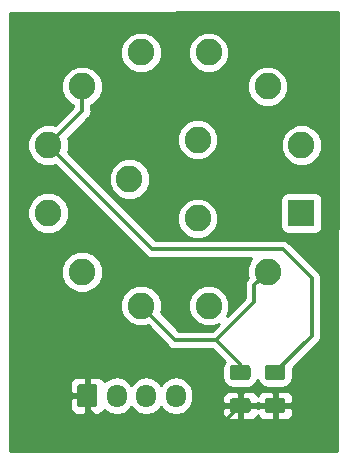
<source format=gbr>
G04 #@! TF.GenerationSoftware,KiCad,Pcbnew,5.0.2-bee76a0~70~ubuntu18.10.1*
G04 #@! TF.CreationDate,2019-03-17T01:32:55+01:00*
G04 #@! TF.ProjectId,Relocator Rotary,52656c6f-6361-4746-9f72-20526f746172,rev?*
G04 #@! TF.SameCoordinates,Original*
G04 #@! TF.FileFunction,Copper,L1,Top*
G04 #@! TF.FilePolarity,Positive*
%FSLAX46Y46*%
G04 Gerber Fmt 4.6, Leading zero omitted, Abs format (unit mm)*
G04 Created by KiCad (PCBNEW 5.0.2-bee76a0~70~ubuntu18.10.1) date dom 17 mar 2019 01:32:55 CET*
%MOMM*%
%LPD*%
G01*
G04 APERTURE LIST*
G04 #@! TA.AperFunction,ComponentPad*
%ADD10R,2.250000X2.250000*%
G04 #@! TD*
G04 #@! TA.AperFunction,ComponentPad*
%ADD11C,2.250000*%
G04 #@! TD*
G04 #@! TA.AperFunction,Conductor*
%ADD12C,0.100000*%
G04 #@! TD*
G04 #@! TA.AperFunction,ComponentPad*
%ADD13C,1.700000*%
G04 #@! TD*
G04 #@! TA.AperFunction,ComponentPad*
%ADD14O,1.700000X1.950000*%
G04 #@! TD*
G04 #@! TA.AperFunction,SMDPad,CuDef*
%ADD15C,1.250000*%
G04 #@! TD*
G04 #@! TA.AperFunction,Conductor*
%ADD16C,0.300000*%
G04 #@! TD*
G04 #@! TA.AperFunction,Conductor*
%ADD17C,0.254000*%
G04 #@! TD*
G04 APERTURE END LIST*
D10*
G04 #@! TO.P,SW1,1*
G04 #@! TO.N,GND*
X40387200Y-31978400D03*
D11*
G04 #@! TO.P,SW1,2*
G04 #@! TO.N,OP1*
X37517200Y-36958400D03*
G04 #@! TO.P,SW1,3*
G04 #@! TO.N,GND*
X32537200Y-39828400D03*
G04 #@! TO.P,SW1,4*
G04 #@! TO.N,OP1*
X26797200Y-39828400D03*
G04 #@! TO.P,SW1,5*
G04 #@! TO.N,GND*
X21817200Y-36958400D03*
G04 #@! TO.P,SW1,6*
X18947200Y-31978400D03*
G04 #@! TO.P,SW1,7*
G04 #@! TO.N,OP2*
X18947200Y-26238400D03*
G04 #@! TO.P,SW1,8*
X21817200Y-21258400D03*
G04 #@! TO.P,SW1,9*
G04 #@! TO.N,Net-(SW1-Pad9)*
X26797200Y-18388400D03*
G04 #@! TO.P,SW1,10*
G04 #@! TO.N,Net-(SW1-Pad10)*
X32537200Y-18388400D03*
G04 #@! TO.P,SW1,11*
G04 #@! TO.N,Net-(SW1-Pad11)*
X37517200Y-21258400D03*
G04 #@! TO.P,SW1,12*
G04 #@! TO.N,Net-(SW1-Pad12)*
X40387200Y-26238400D03*
G04 #@! TO.P,SW1,A*
G04 #@! TO.N,A18*
X31592200Y-32442400D03*
G04 #@! TO.P,SW1,B*
G04 #@! TO.N,A19*
X25817200Y-29108400D03*
G04 #@! TO.P,SW1,C*
G04 #@! TO.N,Net-(SW1-PadC)*
X31592200Y-25774400D03*
G04 #@! TD*
D12*
G04 #@! TO.N,VCC*
G04 #@! TO.C,J1*
G36*
X22874904Y-46473404D02*
X22899173Y-46477004D01*
X22922971Y-46482965D01*
X22946071Y-46491230D01*
X22968249Y-46501720D01*
X22989293Y-46514333D01*
X23008998Y-46528947D01*
X23027177Y-46545423D01*
X23043653Y-46563602D01*
X23058267Y-46583307D01*
X23070880Y-46604351D01*
X23081370Y-46626529D01*
X23089635Y-46649629D01*
X23095596Y-46673427D01*
X23099196Y-46697696D01*
X23100400Y-46722200D01*
X23100400Y-48172200D01*
X23099196Y-48196704D01*
X23095596Y-48220973D01*
X23089635Y-48244771D01*
X23081370Y-48267871D01*
X23070880Y-48290049D01*
X23058267Y-48311093D01*
X23043653Y-48330798D01*
X23027177Y-48348977D01*
X23008998Y-48365453D01*
X22989293Y-48380067D01*
X22968249Y-48392680D01*
X22946071Y-48403170D01*
X22922971Y-48411435D01*
X22899173Y-48417396D01*
X22874904Y-48420996D01*
X22850400Y-48422200D01*
X21650400Y-48422200D01*
X21625896Y-48420996D01*
X21601627Y-48417396D01*
X21577829Y-48411435D01*
X21554729Y-48403170D01*
X21532551Y-48392680D01*
X21511507Y-48380067D01*
X21491802Y-48365453D01*
X21473623Y-48348977D01*
X21457147Y-48330798D01*
X21442533Y-48311093D01*
X21429920Y-48290049D01*
X21419430Y-48267871D01*
X21411165Y-48244771D01*
X21405204Y-48220973D01*
X21401604Y-48196704D01*
X21400400Y-48172200D01*
X21400400Y-46722200D01*
X21401604Y-46697696D01*
X21405204Y-46673427D01*
X21411165Y-46649629D01*
X21419430Y-46626529D01*
X21429920Y-46604351D01*
X21442533Y-46583307D01*
X21457147Y-46563602D01*
X21473623Y-46545423D01*
X21491802Y-46528947D01*
X21511507Y-46514333D01*
X21532551Y-46501720D01*
X21554729Y-46491230D01*
X21577829Y-46482965D01*
X21601627Y-46477004D01*
X21625896Y-46473404D01*
X21650400Y-46472200D01*
X22850400Y-46472200D01*
X22874904Y-46473404D01*
X22874904Y-46473404D01*
G37*
D13*
G04 #@! TD*
G04 #@! TO.P,J1,1*
G04 #@! TO.N,VCC*
X22250400Y-47447200D03*
D14*
G04 #@! TO.P,J1,2*
G04 #@! TO.N,GND*
X24750400Y-47447200D03*
G04 #@! TO.P,J1,3*
G04 #@! TO.N,A19*
X27250400Y-47447200D03*
G04 #@! TO.P,J1,4*
G04 #@! TO.N,A18*
X29750400Y-47447200D03*
G04 #@! TD*
D12*
G04 #@! TO.N,OP2*
G04 #@! TO.C,R2*
G36*
X38800304Y-44864604D02*
X38824573Y-44868204D01*
X38848371Y-44874165D01*
X38871471Y-44882430D01*
X38893649Y-44892920D01*
X38914693Y-44905533D01*
X38934398Y-44920147D01*
X38952577Y-44936623D01*
X38969053Y-44954802D01*
X38983667Y-44974507D01*
X38996280Y-44995551D01*
X39006770Y-45017729D01*
X39015035Y-45040829D01*
X39020996Y-45064627D01*
X39024596Y-45088896D01*
X39025800Y-45113400D01*
X39025800Y-45863400D01*
X39024596Y-45887904D01*
X39020996Y-45912173D01*
X39015035Y-45935971D01*
X39006770Y-45959071D01*
X38996280Y-45981249D01*
X38983667Y-46002293D01*
X38969053Y-46021998D01*
X38952577Y-46040177D01*
X38934398Y-46056653D01*
X38914693Y-46071267D01*
X38893649Y-46083880D01*
X38871471Y-46094370D01*
X38848371Y-46102635D01*
X38824573Y-46108596D01*
X38800304Y-46112196D01*
X38775800Y-46113400D01*
X37525800Y-46113400D01*
X37501296Y-46112196D01*
X37477027Y-46108596D01*
X37453229Y-46102635D01*
X37430129Y-46094370D01*
X37407951Y-46083880D01*
X37386907Y-46071267D01*
X37367202Y-46056653D01*
X37349023Y-46040177D01*
X37332547Y-46021998D01*
X37317933Y-46002293D01*
X37305320Y-45981249D01*
X37294830Y-45959071D01*
X37286565Y-45935971D01*
X37280604Y-45912173D01*
X37277004Y-45887904D01*
X37275800Y-45863400D01*
X37275800Y-45113400D01*
X37277004Y-45088896D01*
X37280604Y-45064627D01*
X37286565Y-45040829D01*
X37294830Y-45017729D01*
X37305320Y-44995551D01*
X37317933Y-44974507D01*
X37332547Y-44954802D01*
X37349023Y-44936623D01*
X37367202Y-44920147D01*
X37386907Y-44905533D01*
X37407951Y-44892920D01*
X37430129Y-44882430D01*
X37453229Y-44874165D01*
X37477027Y-44868204D01*
X37501296Y-44864604D01*
X37525800Y-44863400D01*
X38775800Y-44863400D01*
X38800304Y-44864604D01*
X38800304Y-44864604D01*
G37*
D15*
G04 #@! TD*
G04 #@! TO.P,R2,2*
G04 #@! TO.N,OP2*
X38150800Y-45488400D03*
D12*
G04 #@! TO.N,VCC*
G04 #@! TO.C,R2*
G36*
X38800304Y-47664604D02*
X38824573Y-47668204D01*
X38848371Y-47674165D01*
X38871471Y-47682430D01*
X38893649Y-47692920D01*
X38914693Y-47705533D01*
X38934398Y-47720147D01*
X38952577Y-47736623D01*
X38969053Y-47754802D01*
X38983667Y-47774507D01*
X38996280Y-47795551D01*
X39006770Y-47817729D01*
X39015035Y-47840829D01*
X39020996Y-47864627D01*
X39024596Y-47888896D01*
X39025800Y-47913400D01*
X39025800Y-48663400D01*
X39024596Y-48687904D01*
X39020996Y-48712173D01*
X39015035Y-48735971D01*
X39006770Y-48759071D01*
X38996280Y-48781249D01*
X38983667Y-48802293D01*
X38969053Y-48821998D01*
X38952577Y-48840177D01*
X38934398Y-48856653D01*
X38914693Y-48871267D01*
X38893649Y-48883880D01*
X38871471Y-48894370D01*
X38848371Y-48902635D01*
X38824573Y-48908596D01*
X38800304Y-48912196D01*
X38775800Y-48913400D01*
X37525800Y-48913400D01*
X37501296Y-48912196D01*
X37477027Y-48908596D01*
X37453229Y-48902635D01*
X37430129Y-48894370D01*
X37407951Y-48883880D01*
X37386907Y-48871267D01*
X37367202Y-48856653D01*
X37349023Y-48840177D01*
X37332547Y-48821998D01*
X37317933Y-48802293D01*
X37305320Y-48781249D01*
X37294830Y-48759071D01*
X37286565Y-48735971D01*
X37280604Y-48712173D01*
X37277004Y-48687904D01*
X37275800Y-48663400D01*
X37275800Y-47913400D01*
X37277004Y-47888896D01*
X37280604Y-47864627D01*
X37286565Y-47840829D01*
X37294830Y-47817729D01*
X37305320Y-47795551D01*
X37317933Y-47774507D01*
X37332547Y-47754802D01*
X37349023Y-47736623D01*
X37367202Y-47720147D01*
X37386907Y-47705533D01*
X37407951Y-47692920D01*
X37430129Y-47682430D01*
X37453229Y-47674165D01*
X37477027Y-47668204D01*
X37501296Y-47664604D01*
X37525800Y-47663400D01*
X38775800Y-47663400D01*
X38800304Y-47664604D01*
X38800304Y-47664604D01*
G37*
D15*
G04 #@! TD*
G04 #@! TO.P,R2,1*
G04 #@! TO.N,VCC*
X38150800Y-48288400D03*
D12*
G04 #@! TO.N,VCC*
G04 #@! TO.C,R1*
G36*
X35853904Y-47664604D02*
X35878173Y-47668204D01*
X35901971Y-47674165D01*
X35925071Y-47682430D01*
X35947249Y-47692920D01*
X35968293Y-47705533D01*
X35987998Y-47720147D01*
X36006177Y-47736623D01*
X36022653Y-47754802D01*
X36037267Y-47774507D01*
X36049880Y-47795551D01*
X36060370Y-47817729D01*
X36068635Y-47840829D01*
X36074596Y-47864627D01*
X36078196Y-47888896D01*
X36079400Y-47913400D01*
X36079400Y-48663400D01*
X36078196Y-48687904D01*
X36074596Y-48712173D01*
X36068635Y-48735971D01*
X36060370Y-48759071D01*
X36049880Y-48781249D01*
X36037267Y-48802293D01*
X36022653Y-48821998D01*
X36006177Y-48840177D01*
X35987998Y-48856653D01*
X35968293Y-48871267D01*
X35947249Y-48883880D01*
X35925071Y-48894370D01*
X35901971Y-48902635D01*
X35878173Y-48908596D01*
X35853904Y-48912196D01*
X35829400Y-48913400D01*
X34579400Y-48913400D01*
X34554896Y-48912196D01*
X34530627Y-48908596D01*
X34506829Y-48902635D01*
X34483729Y-48894370D01*
X34461551Y-48883880D01*
X34440507Y-48871267D01*
X34420802Y-48856653D01*
X34402623Y-48840177D01*
X34386147Y-48821998D01*
X34371533Y-48802293D01*
X34358920Y-48781249D01*
X34348430Y-48759071D01*
X34340165Y-48735971D01*
X34334204Y-48712173D01*
X34330604Y-48687904D01*
X34329400Y-48663400D01*
X34329400Y-47913400D01*
X34330604Y-47888896D01*
X34334204Y-47864627D01*
X34340165Y-47840829D01*
X34348430Y-47817729D01*
X34358920Y-47795551D01*
X34371533Y-47774507D01*
X34386147Y-47754802D01*
X34402623Y-47736623D01*
X34420802Y-47720147D01*
X34440507Y-47705533D01*
X34461551Y-47692920D01*
X34483729Y-47682430D01*
X34506829Y-47674165D01*
X34530627Y-47668204D01*
X34554896Y-47664604D01*
X34579400Y-47663400D01*
X35829400Y-47663400D01*
X35853904Y-47664604D01*
X35853904Y-47664604D01*
G37*
D15*
G04 #@! TD*
G04 #@! TO.P,R1,1*
G04 #@! TO.N,VCC*
X35204400Y-48288400D03*
D12*
G04 #@! TO.N,OP1*
G04 #@! TO.C,R1*
G36*
X35853904Y-44864604D02*
X35878173Y-44868204D01*
X35901971Y-44874165D01*
X35925071Y-44882430D01*
X35947249Y-44892920D01*
X35968293Y-44905533D01*
X35987998Y-44920147D01*
X36006177Y-44936623D01*
X36022653Y-44954802D01*
X36037267Y-44974507D01*
X36049880Y-44995551D01*
X36060370Y-45017729D01*
X36068635Y-45040829D01*
X36074596Y-45064627D01*
X36078196Y-45088896D01*
X36079400Y-45113400D01*
X36079400Y-45863400D01*
X36078196Y-45887904D01*
X36074596Y-45912173D01*
X36068635Y-45935971D01*
X36060370Y-45959071D01*
X36049880Y-45981249D01*
X36037267Y-46002293D01*
X36022653Y-46021998D01*
X36006177Y-46040177D01*
X35987998Y-46056653D01*
X35968293Y-46071267D01*
X35947249Y-46083880D01*
X35925071Y-46094370D01*
X35901971Y-46102635D01*
X35878173Y-46108596D01*
X35853904Y-46112196D01*
X35829400Y-46113400D01*
X34579400Y-46113400D01*
X34554896Y-46112196D01*
X34530627Y-46108596D01*
X34506829Y-46102635D01*
X34483729Y-46094370D01*
X34461551Y-46083880D01*
X34440507Y-46071267D01*
X34420802Y-46056653D01*
X34402623Y-46040177D01*
X34386147Y-46021998D01*
X34371533Y-46002293D01*
X34358920Y-45981249D01*
X34348430Y-45959071D01*
X34340165Y-45935971D01*
X34334204Y-45912173D01*
X34330604Y-45887904D01*
X34329400Y-45863400D01*
X34329400Y-45113400D01*
X34330604Y-45088896D01*
X34334204Y-45064627D01*
X34340165Y-45040829D01*
X34348430Y-45017729D01*
X34358920Y-44995551D01*
X34371533Y-44974507D01*
X34386147Y-44954802D01*
X34402623Y-44936623D01*
X34420802Y-44920147D01*
X34440507Y-44905533D01*
X34461551Y-44892920D01*
X34483729Y-44882430D01*
X34506829Y-44874165D01*
X34530627Y-44868204D01*
X34554896Y-44864604D01*
X34579400Y-44863400D01*
X35829400Y-44863400D01*
X35853904Y-44864604D01*
X35853904Y-44864604D01*
G37*
D15*
G04 #@! TD*
G04 #@! TO.P,R1,2*
G04 #@! TO.N,OP1*
X35204400Y-45488400D03*
D16*
G04 #@! TO.N,VCC*
X22250400Y-48522200D02*
X23461400Y-49733200D01*
X22250400Y-47447200D02*
X22250400Y-48522200D01*
X33759600Y-49733200D02*
X35204400Y-48288400D01*
X23461400Y-49733200D02*
X33759600Y-49733200D01*
X35204400Y-48288400D02*
X38150800Y-48288400D01*
G04 #@! TO.N,OP1*
X35204400Y-44763400D02*
X33163800Y-42722800D01*
X35204400Y-45488400D02*
X35204400Y-44763400D01*
X29691600Y-42722800D02*
X26797200Y-39828400D01*
X33163800Y-42722800D02*
X29691600Y-42722800D01*
X36392201Y-39494399D02*
X33163800Y-42722800D01*
X36392201Y-38083399D02*
X36392201Y-39494399D01*
X37517200Y-36958400D02*
X36392201Y-38083399D01*
G04 #@! TO.N,OP2*
X21817200Y-23368400D02*
X21817200Y-21258400D01*
X18947200Y-26238400D02*
X21817200Y-23368400D01*
X27760800Y-35052000D02*
X38811200Y-35052000D01*
X18947200Y-26238400D02*
X27760800Y-35052000D01*
X38811200Y-35052000D02*
X41249600Y-37490400D01*
X41249600Y-42389600D02*
X38150800Y-45488400D01*
X41249600Y-37490400D02*
X41249600Y-42389600D01*
G04 #@! TD*
D17*
G04 #@! TO.N,VCC*
G36*
X43436134Y-52172800D02*
X15696000Y-52172800D01*
X15696000Y-47732950D01*
X20765400Y-47732950D01*
X20765400Y-48548510D01*
X20862073Y-48781899D01*
X21040702Y-48960527D01*
X21274091Y-49057200D01*
X21964650Y-49057200D01*
X22123400Y-48898450D01*
X22123400Y-47574200D01*
X20924150Y-47574200D01*
X20765400Y-47732950D01*
X15696000Y-47732950D01*
X15696000Y-46345890D01*
X20765400Y-46345890D01*
X20765400Y-47161450D01*
X20924150Y-47320200D01*
X22123400Y-47320200D01*
X22123400Y-45995950D01*
X22377400Y-45995950D01*
X22377400Y-47320200D01*
X22397400Y-47320200D01*
X22397400Y-47574200D01*
X22377400Y-47574200D01*
X22377400Y-48898450D01*
X22536150Y-49057200D01*
X23226709Y-49057200D01*
X23460098Y-48960527D01*
X23638727Y-48781899D01*
X23692744Y-48651491D01*
X24170983Y-48971039D01*
X24750400Y-49086292D01*
X25329818Y-48971039D01*
X25821025Y-48642825D01*
X26000400Y-48374371D01*
X26179775Y-48642825D01*
X26670983Y-48971039D01*
X27250400Y-49086292D01*
X27829818Y-48971039D01*
X28321025Y-48642825D01*
X28500400Y-48374371D01*
X28679775Y-48642825D01*
X29170983Y-48971039D01*
X29750400Y-49086292D01*
X30329818Y-48971039D01*
X30821025Y-48642825D01*
X30866912Y-48574150D01*
X33694400Y-48574150D01*
X33694400Y-49039709D01*
X33791073Y-49273098D01*
X33969701Y-49451727D01*
X34203090Y-49548400D01*
X34918650Y-49548400D01*
X35077400Y-49389650D01*
X35077400Y-48415400D01*
X35331400Y-48415400D01*
X35331400Y-49389650D01*
X35490150Y-49548400D01*
X36205710Y-49548400D01*
X36439099Y-49451727D01*
X36617727Y-49273098D01*
X36677600Y-49128552D01*
X36737473Y-49273098D01*
X36916101Y-49451727D01*
X37149490Y-49548400D01*
X37865050Y-49548400D01*
X38023800Y-49389650D01*
X38023800Y-48415400D01*
X38277800Y-48415400D01*
X38277800Y-49389650D01*
X38436550Y-49548400D01*
X39152110Y-49548400D01*
X39385499Y-49451727D01*
X39564127Y-49273098D01*
X39660800Y-49039709D01*
X39660800Y-48574150D01*
X39502050Y-48415400D01*
X38277800Y-48415400D01*
X38023800Y-48415400D01*
X36799550Y-48415400D01*
X36677600Y-48537350D01*
X36555650Y-48415400D01*
X35331400Y-48415400D01*
X35077400Y-48415400D01*
X33853150Y-48415400D01*
X33694400Y-48574150D01*
X30866912Y-48574150D01*
X31149239Y-48151617D01*
X31235400Y-47718455D01*
X31235400Y-47537091D01*
X33694400Y-47537091D01*
X33694400Y-48002650D01*
X33853150Y-48161400D01*
X35077400Y-48161400D01*
X35077400Y-47187150D01*
X35331400Y-47187150D01*
X35331400Y-48161400D01*
X36555650Y-48161400D01*
X36677600Y-48039450D01*
X36799550Y-48161400D01*
X38023800Y-48161400D01*
X38023800Y-47187150D01*
X38277800Y-47187150D01*
X38277800Y-48161400D01*
X39502050Y-48161400D01*
X39660800Y-48002650D01*
X39660800Y-47537091D01*
X39564127Y-47303702D01*
X39385499Y-47125073D01*
X39152110Y-47028400D01*
X38436550Y-47028400D01*
X38277800Y-47187150D01*
X38023800Y-47187150D01*
X37865050Y-47028400D01*
X37149490Y-47028400D01*
X36916101Y-47125073D01*
X36737473Y-47303702D01*
X36677600Y-47448248D01*
X36617727Y-47303702D01*
X36439099Y-47125073D01*
X36205710Y-47028400D01*
X35490150Y-47028400D01*
X35331400Y-47187150D01*
X35077400Y-47187150D01*
X34918650Y-47028400D01*
X34203090Y-47028400D01*
X33969701Y-47125073D01*
X33791073Y-47303702D01*
X33694400Y-47537091D01*
X31235400Y-47537091D01*
X31235400Y-47175944D01*
X31149239Y-46742782D01*
X30821025Y-46251575D01*
X30329817Y-45923361D01*
X29750400Y-45808108D01*
X29170982Y-45923361D01*
X28679775Y-46251575D01*
X28500400Y-46520029D01*
X28321025Y-46251575D01*
X27829817Y-45923361D01*
X27250400Y-45808108D01*
X26670982Y-45923361D01*
X26179775Y-46251575D01*
X26000400Y-46520029D01*
X25821025Y-46251575D01*
X25329817Y-45923361D01*
X24750400Y-45808108D01*
X24170982Y-45923361D01*
X23692744Y-46242909D01*
X23638727Y-46112501D01*
X23460098Y-45933873D01*
X23226709Y-45837200D01*
X22536150Y-45837200D01*
X22377400Y-45995950D01*
X22123400Y-45995950D01*
X21964650Y-45837200D01*
X21274091Y-45837200D01*
X21040702Y-45933873D01*
X20862073Y-46112501D01*
X20765400Y-46345890D01*
X15696000Y-46345890D01*
X15696000Y-36608314D01*
X20057200Y-36608314D01*
X20057200Y-37308486D01*
X20325144Y-37955360D01*
X20820240Y-38450456D01*
X21467114Y-38718400D01*
X22167286Y-38718400D01*
X22814160Y-38450456D01*
X23309256Y-37955360D01*
X23577200Y-37308486D01*
X23577200Y-36608314D01*
X23309256Y-35961440D01*
X22814160Y-35466344D01*
X22167286Y-35198400D01*
X21467114Y-35198400D01*
X20820240Y-35466344D01*
X20325144Y-35961440D01*
X20057200Y-36608314D01*
X15696000Y-36608314D01*
X15696000Y-31628314D01*
X17187200Y-31628314D01*
X17187200Y-32328486D01*
X17455144Y-32975360D01*
X17950240Y-33470456D01*
X18597114Y-33738400D01*
X19297286Y-33738400D01*
X19944160Y-33470456D01*
X20439256Y-32975360D01*
X20707200Y-32328486D01*
X20707200Y-31628314D01*
X20439256Y-30981440D01*
X19944160Y-30486344D01*
X19297286Y-30218400D01*
X18597114Y-30218400D01*
X17950240Y-30486344D01*
X17455144Y-30981440D01*
X17187200Y-31628314D01*
X15696000Y-31628314D01*
X15696000Y-25888314D01*
X17187200Y-25888314D01*
X17187200Y-26588486D01*
X17455144Y-27235360D01*
X17950240Y-27730456D01*
X18597114Y-27998400D01*
X19297286Y-27998400D01*
X19509246Y-27910603D01*
X27151051Y-35552408D01*
X27194847Y-35617953D01*
X27454508Y-35791454D01*
X27683484Y-35837000D01*
X27683488Y-35837000D01*
X27760800Y-35852378D01*
X27838112Y-35837000D01*
X36149584Y-35837000D01*
X36025144Y-35961440D01*
X35757200Y-36608314D01*
X35757200Y-37308486D01*
X35839959Y-37508284D01*
X35826248Y-37517446D01*
X35652747Y-37777108D01*
X35607201Y-38006084D01*
X35607201Y-38006087D01*
X35591823Y-38083399D01*
X35607201Y-38160711D01*
X35607202Y-39169240D01*
X34084533Y-40691910D01*
X34297200Y-40178486D01*
X34297200Y-39478314D01*
X34029256Y-38831440D01*
X33534160Y-38336344D01*
X32887286Y-38068400D01*
X32187114Y-38068400D01*
X31540240Y-38336344D01*
X31045144Y-38831440D01*
X30777200Y-39478314D01*
X30777200Y-40178486D01*
X31045144Y-40825360D01*
X31540240Y-41320456D01*
X32187114Y-41588400D01*
X32887286Y-41588400D01*
X33400710Y-41375733D01*
X32838643Y-41937800D01*
X30016757Y-41937800D01*
X28469403Y-40390446D01*
X28557200Y-40178486D01*
X28557200Y-39478314D01*
X28289256Y-38831440D01*
X27794160Y-38336344D01*
X27147286Y-38068400D01*
X26447114Y-38068400D01*
X25800240Y-38336344D01*
X25305144Y-38831440D01*
X25037200Y-39478314D01*
X25037200Y-40178486D01*
X25305144Y-40825360D01*
X25800240Y-41320456D01*
X26447114Y-41588400D01*
X27147286Y-41588400D01*
X27359246Y-41500603D01*
X29081851Y-43223208D01*
X29125647Y-43288753D01*
X29385308Y-43462254D01*
X29614284Y-43507800D01*
X29614288Y-43507800D01*
X29691600Y-43523178D01*
X29768912Y-43507800D01*
X32838643Y-43507800D01*
X33890678Y-44559835D01*
X33750274Y-44769965D01*
X33681960Y-45113400D01*
X33681960Y-45863400D01*
X33750274Y-46206835D01*
X33944814Y-46497986D01*
X34235965Y-46692526D01*
X34579400Y-46760840D01*
X35829400Y-46760840D01*
X36172835Y-46692526D01*
X36463986Y-46497986D01*
X36658526Y-46206835D01*
X36677600Y-46110944D01*
X36696674Y-46206835D01*
X36891214Y-46497986D01*
X37182365Y-46692526D01*
X37525800Y-46760840D01*
X38775800Y-46760840D01*
X39119235Y-46692526D01*
X39410386Y-46497986D01*
X39604926Y-46206835D01*
X39673240Y-45863400D01*
X39673240Y-45113400D01*
X39667054Y-45082303D01*
X41750011Y-42999347D01*
X41815553Y-42955553D01*
X41859347Y-42890011D01*
X41859349Y-42890009D01*
X41989054Y-42695892D01*
X42034600Y-42466916D01*
X42034600Y-42466912D01*
X42049978Y-42389600D01*
X42034600Y-42312288D01*
X42034600Y-37567710D01*
X42049978Y-37490399D01*
X42034600Y-37413088D01*
X42034600Y-37413084D01*
X41989054Y-37184108D01*
X41944311Y-37117146D01*
X41859349Y-36989991D01*
X41859347Y-36989989D01*
X41815553Y-36924447D01*
X41750011Y-36880653D01*
X39420949Y-34551592D01*
X39377153Y-34486047D01*
X39117492Y-34312546D01*
X38888516Y-34267000D01*
X38888512Y-34267000D01*
X38811200Y-34251622D01*
X38733888Y-34267000D01*
X28085957Y-34267000D01*
X25911271Y-32092314D01*
X29832200Y-32092314D01*
X29832200Y-32792486D01*
X30100144Y-33439360D01*
X30595240Y-33934456D01*
X31242114Y-34202400D01*
X31942286Y-34202400D01*
X32589160Y-33934456D01*
X33084256Y-33439360D01*
X33352200Y-32792486D01*
X33352200Y-32092314D01*
X33084256Y-31445440D01*
X32589160Y-30950344D01*
X32355117Y-30853400D01*
X38614760Y-30853400D01*
X38614760Y-33103400D01*
X38664043Y-33351165D01*
X38804391Y-33561209D01*
X39014435Y-33701557D01*
X39262200Y-33750840D01*
X41512200Y-33750840D01*
X41759965Y-33701557D01*
X41970009Y-33561209D01*
X42110357Y-33351165D01*
X42159640Y-33103400D01*
X42159640Y-30853400D01*
X42110357Y-30605635D01*
X41970009Y-30395591D01*
X41759965Y-30255243D01*
X41512200Y-30205960D01*
X39262200Y-30205960D01*
X39014435Y-30255243D01*
X38804391Y-30395591D01*
X38664043Y-30605635D01*
X38614760Y-30853400D01*
X32355117Y-30853400D01*
X31942286Y-30682400D01*
X31242114Y-30682400D01*
X30595240Y-30950344D01*
X30100144Y-31445440D01*
X29832200Y-32092314D01*
X25911271Y-32092314D01*
X22577271Y-28758314D01*
X24057200Y-28758314D01*
X24057200Y-29458486D01*
X24325144Y-30105360D01*
X24820240Y-30600456D01*
X25467114Y-30868400D01*
X26167286Y-30868400D01*
X26814160Y-30600456D01*
X27309256Y-30105360D01*
X27577200Y-29458486D01*
X27577200Y-28758314D01*
X27309256Y-28111440D01*
X26814160Y-27616344D01*
X26167286Y-27348400D01*
X25467114Y-27348400D01*
X24820240Y-27616344D01*
X24325144Y-28111440D01*
X24057200Y-28758314D01*
X22577271Y-28758314D01*
X20619403Y-26800446D01*
X20707200Y-26588486D01*
X20707200Y-25888314D01*
X20619403Y-25676354D01*
X20871443Y-25424314D01*
X29832200Y-25424314D01*
X29832200Y-26124486D01*
X30100144Y-26771360D01*
X30595240Y-27266456D01*
X31242114Y-27534400D01*
X31942286Y-27534400D01*
X32589160Y-27266456D01*
X33084256Y-26771360D01*
X33352200Y-26124486D01*
X33352200Y-25888314D01*
X38627200Y-25888314D01*
X38627200Y-26588486D01*
X38895144Y-27235360D01*
X39390240Y-27730456D01*
X40037114Y-27998400D01*
X40737286Y-27998400D01*
X41384160Y-27730456D01*
X41879256Y-27235360D01*
X42147200Y-26588486D01*
X42147200Y-25888314D01*
X41879256Y-25241440D01*
X41384160Y-24746344D01*
X40737286Y-24478400D01*
X40037114Y-24478400D01*
X39390240Y-24746344D01*
X38895144Y-25241440D01*
X38627200Y-25888314D01*
X33352200Y-25888314D01*
X33352200Y-25424314D01*
X33084256Y-24777440D01*
X32589160Y-24282344D01*
X31942286Y-24014400D01*
X31242114Y-24014400D01*
X30595240Y-24282344D01*
X30100144Y-24777440D01*
X29832200Y-25424314D01*
X20871443Y-25424314D01*
X22317611Y-23978147D01*
X22383153Y-23934353D01*
X22426947Y-23868811D01*
X22426949Y-23868809D01*
X22556654Y-23674692D01*
X22556654Y-23674691D01*
X22602200Y-23445716D01*
X22602200Y-23445712D01*
X22617578Y-23368400D01*
X22602200Y-23291088D01*
X22602200Y-22838253D01*
X22814160Y-22750456D01*
X23309256Y-22255360D01*
X23577200Y-21608486D01*
X23577200Y-20908314D01*
X35757200Y-20908314D01*
X35757200Y-21608486D01*
X36025144Y-22255360D01*
X36520240Y-22750456D01*
X37167114Y-23018400D01*
X37867286Y-23018400D01*
X38514160Y-22750456D01*
X39009256Y-22255360D01*
X39277200Y-21608486D01*
X39277200Y-20908314D01*
X39009256Y-20261440D01*
X38514160Y-19766344D01*
X37867286Y-19498400D01*
X37167114Y-19498400D01*
X36520240Y-19766344D01*
X36025144Y-20261440D01*
X35757200Y-20908314D01*
X23577200Y-20908314D01*
X23309256Y-20261440D01*
X22814160Y-19766344D01*
X22167286Y-19498400D01*
X21467114Y-19498400D01*
X20820240Y-19766344D01*
X20325144Y-20261440D01*
X20057200Y-20908314D01*
X20057200Y-21608486D01*
X20325144Y-22255360D01*
X20820240Y-22750456D01*
X21032200Y-22838253D01*
X21032200Y-23043242D01*
X19509246Y-24566197D01*
X19297286Y-24478400D01*
X18597114Y-24478400D01*
X17950240Y-24746344D01*
X17455144Y-25241440D01*
X17187200Y-25888314D01*
X15696000Y-25888314D01*
X15696000Y-18038314D01*
X25037200Y-18038314D01*
X25037200Y-18738486D01*
X25305144Y-19385360D01*
X25800240Y-19880456D01*
X26447114Y-20148400D01*
X27147286Y-20148400D01*
X27794160Y-19880456D01*
X28289256Y-19385360D01*
X28557200Y-18738486D01*
X28557200Y-18038314D01*
X30777200Y-18038314D01*
X30777200Y-18738486D01*
X31045144Y-19385360D01*
X31540240Y-19880456D01*
X32187114Y-20148400D01*
X32887286Y-20148400D01*
X33534160Y-19880456D01*
X34029256Y-19385360D01*
X34297200Y-18738486D01*
X34297200Y-18038314D01*
X34029256Y-17391440D01*
X33534160Y-16896344D01*
X32887286Y-16628400D01*
X32187114Y-16628400D01*
X31540240Y-16896344D01*
X31045144Y-17391440D01*
X30777200Y-18038314D01*
X28557200Y-18038314D01*
X28289256Y-17391440D01*
X27794160Y-16896344D01*
X27147286Y-16628400D01*
X26447114Y-16628400D01*
X25800240Y-16896344D01*
X25305144Y-17391440D01*
X25037200Y-18038314D01*
X15696000Y-18038314D01*
X15696000Y-15034366D01*
X43485064Y-14986037D01*
X43436134Y-52172800D01*
X43436134Y-52172800D01*
G37*
X43436134Y-52172800D02*
X15696000Y-52172800D01*
X15696000Y-47732950D01*
X20765400Y-47732950D01*
X20765400Y-48548510D01*
X20862073Y-48781899D01*
X21040702Y-48960527D01*
X21274091Y-49057200D01*
X21964650Y-49057200D01*
X22123400Y-48898450D01*
X22123400Y-47574200D01*
X20924150Y-47574200D01*
X20765400Y-47732950D01*
X15696000Y-47732950D01*
X15696000Y-46345890D01*
X20765400Y-46345890D01*
X20765400Y-47161450D01*
X20924150Y-47320200D01*
X22123400Y-47320200D01*
X22123400Y-45995950D01*
X22377400Y-45995950D01*
X22377400Y-47320200D01*
X22397400Y-47320200D01*
X22397400Y-47574200D01*
X22377400Y-47574200D01*
X22377400Y-48898450D01*
X22536150Y-49057200D01*
X23226709Y-49057200D01*
X23460098Y-48960527D01*
X23638727Y-48781899D01*
X23692744Y-48651491D01*
X24170983Y-48971039D01*
X24750400Y-49086292D01*
X25329818Y-48971039D01*
X25821025Y-48642825D01*
X26000400Y-48374371D01*
X26179775Y-48642825D01*
X26670983Y-48971039D01*
X27250400Y-49086292D01*
X27829818Y-48971039D01*
X28321025Y-48642825D01*
X28500400Y-48374371D01*
X28679775Y-48642825D01*
X29170983Y-48971039D01*
X29750400Y-49086292D01*
X30329818Y-48971039D01*
X30821025Y-48642825D01*
X30866912Y-48574150D01*
X33694400Y-48574150D01*
X33694400Y-49039709D01*
X33791073Y-49273098D01*
X33969701Y-49451727D01*
X34203090Y-49548400D01*
X34918650Y-49548400D01*
X35077400Y-49389650D01*
X35077400Y-48415400D01*
X35331400Y-48415400D01*
X35331400Y-49389650D01*
X35490150Y-49548400D01*
X36205710Y-49548400D01*
X36439099Y-49451727D01*
X36617727Y-49273098D01*
X36677600Y-49128552D01*
X36737473Y-49273098D01*
X36916101Y-49451727D01*
X37149490Y-49548400D01*
X37865050Y-49548400D01*
X38023800Y-49389650D01*
X38023800Y-48415400D01*
X38277800Y-48415400D01*
X38277800Y-49389650D01*
X38436550Y-49548400D01*
X39152110Y-49548400D01*
X39385499Y-49451727D01*
X39564127Y-49273098D01*
X39660800Y-49039709D01*
X39660800Y-48574150D01*
X39502050Y-48415400D01*
X38277800Y-48415400D01*
X38023800Y-48415400D01*
X36799550Y-48415400D01*
X36677600Y-48537350D01*
X36555650Y-48415400D01*
X35331400Y-48415400D01*
X35077400Y-48415400D01*
X33853150Y-48415400D01*
X33694400Y-48574150D01*
X30866912Y-48574150D01*
X31149239Y-48151617D01*
X31235400Y-47718455D01*
X31235400Y-47537091D01*
X33694400Y-47537091D01*
X33694400Y-48002650D01*
X33853150Y-48161400D01*
X35077400Y-48161400D01*
X35077400Y-47187150D01*
X35331400Y-47187150D01*
X35331400Y-48161400D01*
X36555650Y-48161400D01*
X36677600Y-48039450D01*
X36799550Y-48161400D01*
X38023800Y-48161400D01*
X38023800Y-47187150D01*
X38277800Y-47187150D01*
X38277800Y-48161400D01*
X39502050Y-48161400D01*
X39660800Y-48002650D01*
X39660800Y-47537091D01*
X39564127Y-47303702D01*
X39385499Y-47125073D01*
X39152110Y-47028400D01*
X38436550Y-47028400D01*
X38277800Y-47187150D01*
X38023800Y-47187150D01*
X37865050Y-47028400D01*
X37149490Y-47028400D01*
X36916101Y-47125073D01*
X36737473Y-47303702D01*
X36677600Y-47448248D01*
X36617727Y-47303702D01*
X36439099Y-47125073D01*
X36205710Y-47028400D01*
X35490150Y-47028400D01*
X35331400Y-47187150D01*
X35077400Y-47187150D01*
X34918650Y-47028400D01*
X34203090Y-47028400D01*
X33969701Y-47125073D01*
X33791073Y-47303702D01*
X33694400Y-47537091D01*
X31235400Y-47537091D01*
X31235400Y-47175944D01*
X31149239Y-46742782D01*
X30821025Y-46251575D01*
X30329817Y-45923361D01*
X29750400Y-45808108D01*
X29170982Y-45923361D01*
X28679775Y-46251575D01*
X28500400Y-46520029D01*
X28321025Y-46251575D01*
X27829817Y-45923361D01*
X27250400Y-45808108D01*
X26670982Y-45923361D01*
X26179775Y-46251575D01*
X26000400Y-46520029D01*
X25821025Y-46251575D01*
X25329817Y-45923361D01*
X24750400Y-45808108D01*
X24170982Y-45923361D01*
X23692744Y-46242909D01*
X23638727Y-46112501D01*
X23460098Y-45933873D01*
X23226709Y-45837200D01*
X22536150Y-45837200D01*
X22377400Y-45995950D01*
X22123400Y-45995950D01*
X21964650Y-45837200D01*
X21274091Y-45837200D01*
X21040702Y-45933873D01*
X20862073Y-46112501D01*
X20765400Y-46345890D01*
X15696000Y-46345890D01*
X15696000Y-36608314D01*
X20057200Y-36608314D01*
X20057200Y-37308486D01*
X20325144Y-37955360D01*
X20820240Y-38450456D01*
X21467114Y-38718400D01*
X22167286Y-38718400D01*
X22814160Y-38450456D01*
X23309256Y-37955360D01*
X23577200Y-37308486D01*
X23577200Y-36608314D01*
X23309256Y-35961440D01*
X22814160Y-35466344D01*
X22167286Y-35198400D01*
X21467114Y-35198400D01*
X20820240Y-35466344D01*
X20325144Y-35961440D01*
X20057200Y-36608314D01*
X15696000Y-36608314D01*
X15696000Y-31628314D01*
X17187200Y-31628314D01*
X17187200Y-32328486D01*
X17455144Y-32975360D01*
X17950240Y-33470456D01*
X18597114Y-33738400D01*
X19297286Y-33738400D01*
X19944160Y-33470456D01*
X20439256Y-32975360D01*
X20707200Y-32328486D01*
X20707200Y-31628314D01*
X20439256Y-30981440D01*
X19944160Y-30486344D01*
X19297286Y-30218400D01*
X18597114Y-30218400D01*
X17950240Y-30486344D01*
X17455144Y-30981440D01*
X17187200Y-31628314D01*
X15696000Y-31628314D01*
X15696000Y-25888314D01*
X17187200Y-25888314D01*
X17187200Y-26588486D01*
X17455144Y-27235360D01*
X17950240Y-27730456D01*
X18597114Y-27998400D01*
X19297286Y-27998400D01*
X19509246Y-27910603D01*
X27151051Y-35552408D01*
X27194847Y-35617953D01*
X27454508Y-35791454D01*
X27683484Y-35837000D01*
X27683488Y-35837000D01*
X27760800Y-35852378D01*
X27838112Y-35837000D01*
X36149584Y-35837000D01*
X36025144Y-35961440D01*
X35757200Y-36608314D01*
X35757200Y-37308486D01*
X35839959Y-37508284D01*
X35826248Y-37517446D01*
X35652747Y-37777108D01*
X35607201Y-38006084D01*
X35607201Y-38006087D01*
X35591823Y-38083399D01*
X35607201Y-38160711D01*
X35607202Y-39169240D01*
X34084533Y-40691910D01*
X34297200Y-40178486D01*
X34297200Y-39478314D01*
X34029256Y-38831440D01*
X33534160Y-38336344D01*
X32887286Y-38068400D01*
X32187114Y-38068400D01*
X31540240Y-38336344D01*
X31045144Y-38831440D01*
X30777200Y-39478314D01*
X30777200Y-40178486D01*
X31045144Y-40825360D01*
X31540240Y-41320456D01*
X32187114Y-41588400D01*
X32887286Y-41588400D01*
X33400710Y-41375733D01*
X32838643Y-41937800D01*
X30016757Y-41937800D01*
X28469403Y-40390446D01*
X28557200Y-40178486D01*
X28557200Y-39478314D01*
X28289256Y-38831440D01*
X27794160Y-38336344D01*
X27147286Y-38068400D01*
X26447114Y-38068400D01*
X25800240Y-38336344D01*
X25305144Y-38831440D01*
X25037200Y-39478314D01*
X25037200Y-40178486D01*
X25305144Y-40825360D01*
X25800240Y-41320456D01*
X26447114Y-41588400D01*
X27147286Y-41588400D01*
X27359246Y-41500603D01*
X29081851Y-43223208D01*
X29125647Y-43288753D01*
X29385308Y-43462254D01*
X29614284Y-43507800D01*
X29614288Y-43507800D01*
X29691600Y-43523178D01*
X29768912Y-43507800D01*
X32838643Y-43507800D01*
X33890678Y-44559835D01*
X33750274Y-44769965D01*
X33681960Y-45113400D01*
X33681960Y-45863400D01*
X33750274Y-46206835D01*
X33944814Y-46497986D01*
X34235965Y-46692526D01*
X34579400Y-46760840D01*
X35829400Y-46760840D01*
X36172835Y-46692526D01*
X36463986Y-46497986D01*
X36658526Y-46206835D01*
X36677600Y-46110944D01*
X36696674Y-46206835D01*
X36891214Y-46497986D01*
X37182365Y-46692526D01*
X37525800Y-46760840D01*
X38775800Y-46760840D01*
X39119235Y-46692526D01*
X39410386Y-46497986D01*
X39604926Y-46206835D01*
X39673240Y-45863400D01*
X39673240Y-45113400D01*
X39667054Y-45082303D01*
X41750011Y-42999347D01*
X41815553Y-42955553D01*
X41859347Y-42890011D01*
X41859349Y-42890009D01*
X41989054Y-42695892D01*
X42034600Y-42466916D01*
X42034600Y-42466912D01*
X42049978Y-42389600D01*
X42034600Y-42312288D01*
X42034600Y-37567710D01*
X42049978Y-37490399D01*
X42034600Y-37413088D01*
X42034600Y-37413084D01*
X41989054Y-37184108D01*
X41944311Y-37117146D01*
X41859349Y-36989991D01*
X41859347Y-36989989D01*
X41815553Y-36924447D01*
X41750011Y-36880653D01*
X39420949Y-34551592D01*
X39377153Y-34486047D01*
X39117492Y-34312546D01*
X38888516Y-34267000D01*
X38888512Y-34267000D01*
X38811200Y-34251622D01*
X38733888Y-34267000D01*
X28085957Y-34267000D01*
X25911271Y-32092314D01*
X29832200Y-32092314D01*
X29832200Y-32792486D01*
X30100144Y-33439360D01*
X30595240Y-33934456D01*
X31242114Y-34202400D01*
X31942286Y-34202400D01*
X32589160Y-33934456D01*
X33084256Y-33439360D01*
X33352200Y-32792486D01*
X33352200Y-32092314D01*
X33084256Y-31445440D01*
X32589160Y-30950344D01*
X32355117Y-30853400D01*
X38614760Y-30853400D01*
X38614760Y-33103400D01*
X38664043Y-33351165D01*
X38804391Y-33561209D01*
X39014435Y-33701557D01*
X39262200Y-33750840D01*
X41512200Y-33750840D01*
X41759965Y-33701557D01*
X41970009Y-33561209D01*
X42110357Y-33351165D01*
X42159640Y-33103400D01*
X42159640Y-30853400D01*
X42110357Y-30605635D01*
X41970009Y-30395591D01*
X41759965Y-30255243D01*
X41512200Y-30205960D01*
X39262200Y-30205960D01*
X39014435Y-30255243D01*
X38804391Y-30395591D01*
X38664043Y-30605635D01*
X38614760Y-30853400D01*
X32355117Y-30853400D01*
X31942286Y-30682400D01*
X31242114Y-30682400D01*
X30595240Y-30950344D01*
X30100144Y-31445440D01*
X29832200Y-32092314D01*
X25911271Y-32092314D01*
X22577271Y-28758314D01*
X24057200Y-28758314D01*
X24057200Y-29458486D01*
X24325144Y-30105360D01*
X24820240Y-30600456D01*
X25467114Y-30868400D01*
X26167286Y-30868400D01*
X26814160Y-30600456D01*
X27309256Y-30105360D01*
X27577200Y-29458486D01*
X27577200Y-28758314D01*
X27309256Y-28111440D01*
X26814160Y-27616344D01*
X26167286Y-27348400D01*
X25467114Y-27348400D01*
X24820240Y-27616344D01*
X24325144Y-28111440D01*
X24057200Y-28758314D01*
X22577271Y-28758314D01*
X20619403Y-26800446D01*
X20707200Y-26588486D01*
X20707200Y-25888314D01*
X20619403Y-25676354D01*
X20871443Y-25424314D01*
X29832200Y-25424314D01*
X29832200Y-26124486D01*
X30100144Y-26771360D01*
X30595240Y-27266456D01*
X31242114Y-27534400D01*
X31942286Y-27534400D01*
X32589160Y-27266456D01*
X33084256Y-26771360D01*
X33352200Y-26124486D01*
X33352200Y-25888314D01*
X38627200Y-25888314D01*
X38627200Y-26588486D01*
X38895144Y-27235360D01*
X39390240Y-27730456D01*
X40037114Y-27998400D01*
X40737286Y-27998400D01*
X41384160Y-27730456D01*
X41879256Y-27235360D01*
X42147200Y-26588486D01*
X42147200Y-25888314D01*
X41879256Y-25241440D01*
X41384160Y-24746344D01*
X40737286Y-24478400D01*
X40037114Y-24478400D01*
X39390240Y-24746344D01*
X38895144Y-25241440D01*
X38627200Y-25888314D01*
X33352200Y-25888314D01*
X33352200Y-25424314D01*
X33084256Y-24777440D01*
X32589160Y-24282344D01*
X31942286Y-24014400D01*
X31242114Y-24014400D01*
X30595240Y-24282344D01*
X30100144Y-24777440D01*
X29832200Y-25424314D01*
X20871443Y-25424314D01*
X22317611Y-23978147D01*
X22383153Y-23934353D01*
X22426947Y-23868811D01*
X22426949Y-23868809D01*
X22556654Y-23674692D01*
X22556654Y-23674691D01*
X22602200Y-23445716D01*
X22602200Y-23445712D01*
X22617578Y-23368400D01*
X22602200Y-23291088D01*
X22602200Y-22838253D01*
X22814160Y-22750456D01*
X23309256Y-22255360D01*
X23577200Y-21608486D01*
X23577200Y-20908314D01*
X35757200Y-20908314D01*
X35757200Y-21608486D01*
X36025144Y-22255360D01*
X36520240Y-22750456D01*
X37167114Y-23018400D01*
X37867286Y-23018400D01*
X38514160Y-22750456D01*
X39009256Y-22255360D01*
X39277200Y-21608486D01*
X39277200Y-20908314D01*
X39009256Y-20261440D01*
X38514160Y-19766344D01*
X37867286Y-19498400D01*
X37167114Y-19498400D01*
X36520240Y-19766344D01*
X36025144Y-20261440D01*
X35757200Y-20908314D01*
X23577200Y-20908314D01*
X23309256Y-20261440D01*
X22814160Y-19766344D01*
X22167286Y-19498400D01*
X21467114Y-19498400D01*
X20820240Y-19766344D01*
X20325144Y-20261440D01*
X20057200Y-20908314D01*
X20057200Y-21608486D01*
X20325144Y-22255360D01*
X20820240Y-22750456D01*
X21032200Y-22838253D01*
X21032200Y-23043242D01*
X19509246Y-24566197D01*
X19297286Y-24478400D01*
X18597114Y-24478400D01*
X17950240Y-24746344D01*
X17455144Y-25241440D01*
X17187200Y-25888314D01*
X15696000Y-25888314D01*
X15696000Y-18038314D01*
X25037200Y-18038314D01*
X25037200Y-18738486D01*
X25305144Y-19385360D01*
X25800240Y-19880456D01*
X26447114Y-20148400D01*
X27147286Y-20148400D01*
X27794160Y-19880456D01*
X28289256Y-19385360D01*
X28557200Y-18738486D01*
X28557200Y-18038314D01*
X30777200Y-18038314D01*
X30777200Y-18738486D01*
X31045144Y-19385360D01*
X31540240Y-19880456D01*
X32187114Y-20148400D01*
X32887286Y-20148400D01*
X33534160Y-19880456D01*
X34029256Y-19385360D01*
X34297200Y-18738486D01*
X34297200Y-18038314D01*
X34029256Y-17391440D01*
X33534160Y-16896344D01*
X32887286Y-16628400D01*
X32187114Y-16628400D01*
X31540240Y-16896344D01*
X31045144Y-17391440D01*
X30777200Y-18038314D01*
X28557200Y-18038314D01*
X28289256Y-17391440D01*
X27794160Y-16896344D01*
X27147286Y-16628400D01*
X26447114Y-16628400D01*
X25800240Y-16896344D01*
X25305144Y-17391440D01*
X25037200Y-18038314D01*
X15696000Y-18038314D01*
X15696000Y-15034366D01*
X43485064Y-14986037D01*
X43436134Y-52172800D01*
G04 #@! TD*
M02*

</source>
